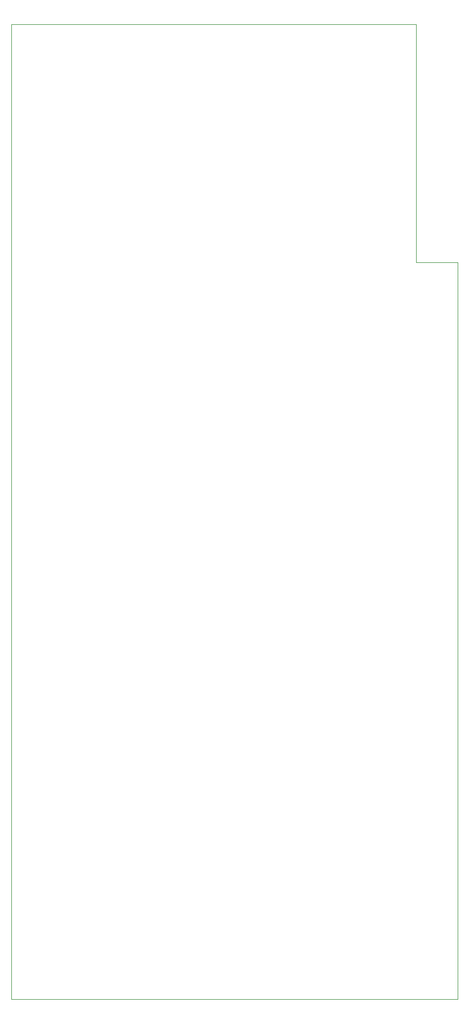
<source format=gbr>
G04 #@! TF.GenerationSoftware,KiCad,Pcbnew,(5.1.2-1)-1*
G04 #@! TF.CreationDate,2019-09-02T14:15:03+01:00*
G04 #@! TF.ProjectId,MZ80-80CLR,4d5a3830-2d38-4304-934c-522e6b696361,rev?*
G04 #@! TF.SameCoordinates,Original*
G04 #@! TF.FileFunction,Profile,NP*
%FSLAX46Y46*%
G04 Gerber Fmt 4.6, Leading zero omitted, Abs format (unit mm)*
G04 Created by KiCad (PCBNEW (5.1.2-1)-1) date 2019-09-02 14:15:03*
%MOMM*%
%LPD*%
G04 APERTURE LIST*
%ADD10C,0.100000*%
G04 APERTURE END LIST*
D10*
X133985000Y-62230000D02*
X140462000Y-62230000D01*
X133985000Y-24892000D02*
X133985000Y-62230000D01*
X133985000Y-24892000D02*
X70485000Y-24892000D01*
X140462000Y-177800000D02*
X140462000Y-62230000D01*
X70485000Y-177800000D02*
X140462000Y-177800000D01*
X70485000Y-24892000D02*
X70485000Y-177800000D01*
M02*

</source>
